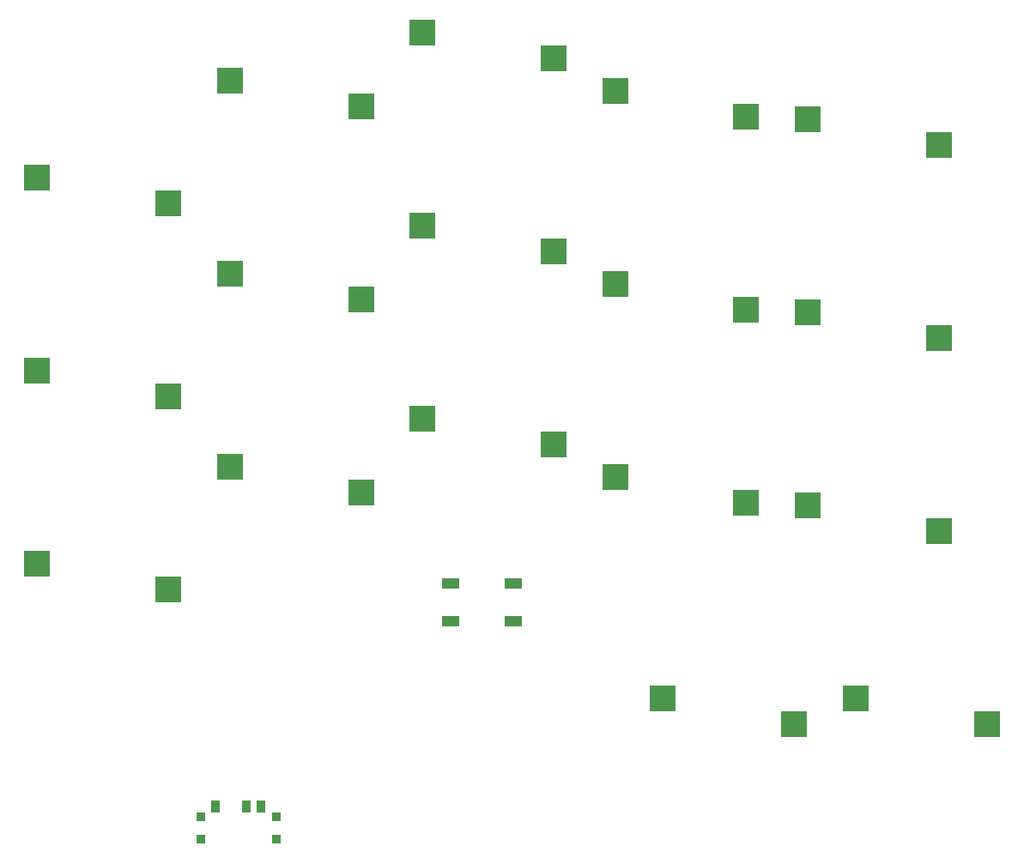
<source format=gbr>
%TF.GenerationSoftware,KiCad,Pcbnew,7.0.0*%
%TF.CreationDate,2023-04-08T11:50:52+01:00*%
%TF.ProjectId,chips-34,63686970-732d-4333-942e-6b696361645f,v1.0.0*%
%TF.SameCoordinates,Original*%
%TF.FileFunction,Paste,Top*%
%TF.FilePolarity,Positive*%
%FSLAX46Y46*%
G04 Gerber Fmt 4.6, Leading zero omitted, Abs format (unit mm)*
G04 Created by KiCad (PCBNEW 7.0.0) date 2023-04-08 11:50:52*
%MOMM*%
%LPD*%
G01*
G04 APERTURE LIST*
%ADD10R,0.900000X0.900000*%
%ADD11R,0.900000X1.250000*%
%ADD12R,1.800000X1.100000*%
%ADD13R,2.550000X2.500000*%
G04 APERTURE END LIST*
D10*
%TO.C,T1*%
X17699999Y-22074999D03*
X17699999Y-19874999D03*
X10299999Y-19874999D03*
X10299999Y-22074999D03*
D11*
X16249999Y-18899999D03*
X14749999Y-18899999D03*
X11749999Y-18899999D03*
%TD*%
D12*
%TO.C,B1*%
X41099999Y-562499D03*
X34899999Y-562499D03*
X41099999Y3137499D03*
X34899999Y3137499D03*
%TD*%
D13*
%TO.C,S1*%
X7084999Y2539999D03*
X-5841999Y5079999D03*
%TD*%
%TO.C,S2*%
X7084999Y21589999D03*
X-5841999Y24129999D03*
%TD*%
%TO.C,S3*%
X7084999Y40639999D03*
X-5841999Y43179999D03*
%TD*%
%TO.C,S4*%
X26084999Y12064999D03*
X13157999Y14604999D03*
%TD*%
%TO.C,S5*%
X26084999Y31114999D03*
X13157999Y33654999D03*
%TD*%
%TO.C,S6*%
X26084999Y50164999D03*
X13157999Y52704999D03*
%TD*%
%TO.C,S7*%
X45084999Y16827499D03*
X32157999Y19367499D03*
%TD*%
%TO.C,S8*%
X45084999Y35877499D03*
X32157999Y38417499D03*
%TD*%
%TO.C,S9*%
X45084999Y54927499D03*
X32157999Y57467499D03*
%TD*%
%TO.C,S10*%
X64084999Y11112499D03*
X51157999Y13652499D03*
%TD*%
%TO.C,S11*%
X64084999Y30162499D03*
X51157999Y32702499D03*
%TD*%
%TO.C,S12*%
X64084999Y49212499D03*
X51157999Y51752499D03*
%TD*%
%TO.C,S13*%
X83084999Y8254999D03*
X70157999Y10794999D03*
%TD*%
%TO.C,S14*%
X83084999Y27304999D03*
X70157999Y29844999D03*
%TD*%
%TO.C,S15*%
X83084999Y46354999D03*
X70157999Y48894999D03*
%TD*%
%TO.C,S16*%
X87847499Y-10794999D03*
X74920499Y-8254999D03*
%TD*%
%TO.C,S17*%
X68797499Y-10794999D03*
X55870499Y-8254999D03*
%TD*%
M02*

</source>
